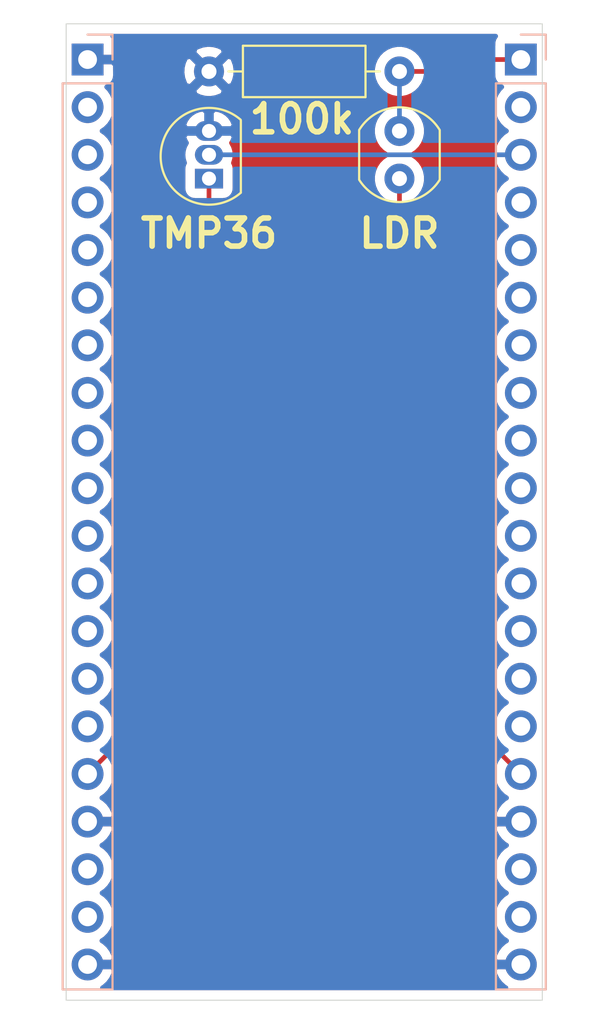
<source format=kicad_pcb>
(kicad_pcb (version 20171130) (host pcbnew 5.1.8-db9833491~87~ubuntu20.04.1)

  (general
    (thickness 1.6)
    (drawings 7)
    (tracks 9)
    (zones 0)
    (modules 5)
    (nets 37)
  )

  (page A4)
  (layers
    (0 F.Cu signal)
    (31 B.Cu signal)
    (32 B.Adhes user)
    (33 F.Adhes user)
    (34 B.Paste user)
    (35 F.Paste user)
    (36 B.SilkS user)
    (37 F.SilkS user)
    (38 B.Mask user)
    (39 F.Mask user)
    (40 Dwgs.User user)
    (41 Cmts.User user)
    (42 Eco1.User user)
    (43 Eco2.User user)
    (44 Edge.Cuts user)
    (45 Margin user)
    (46 B.CrtYd user)
    (47 F.CrtYd user)
    (48 B.Fab user)
    (49 F.Fab user)
  )

  (setup
    (last_trace_width 0.25)
    (trace_clearance 0.2)
    (zone_clearance 0.508)
    (zone_45_only no)
    (trace_min 0.2)
    (via_size 0.8)
    (via_drill 0.4)
    (via_min_size 0.4)
    (via_min_drill 0.3)
    (uvia_size 0.3)
    (uvia_drill 0.1)
    (uvias_allowed no)
    (uvia_min_size 0.2)
    (uvia_min_drill 0.1)
    (edge_width 0.05)
    (segment_width 0.2)
    (pcb_text_width 0.3)
    (pcb_text_size 1.5 1.5)
    (mod_edge_width 0.12)
    (mod_text_size 1 1)
    (mod_text_width 0.15)
    (pad_size 1.524 1.524)
    (pad_drill 0.762)
    (pad_to_mask_clearance 0)
    (aux_axis_origin 0 0)
    (visible_elements FFFFFF7F)
    (pcbplotparams
      (layerselection 0x010fc_ffffffff)
      (usegerberextensions false)
      (usegerberattributes true)
      (usegerberadvancedattributes true)
      (creategerberjobfile true)
      (excludeedgelayer true)
      (linewidth 0.100000)
      (plotframeref false)
      (viasonmask false)
      (mode 1)
      (useauxorigin false)
      (hpglpennumber 1)
      (hpglpenspeed 20)
      (hpglpendiameter 15.000000)
      (psnegative false)
      (psa4output false)
      (plotreference true)
      (plotvalue true)
      (plotinvisibletext false)
      (padsonsilk false)
      (subtractmaskfromsilk false)
      (outputformat 1)
      (mirror false)
      (drillshape 0)
      (scaleselection 1)
      (outputdirectory ""))
  )

  (net 0 "")
  (net 1 36)
  (net 2 37)
  (net 3 38)
  (net 4 39)
  (net 5 32)
  (net 6 33)
  (net 7 34)
  (net 8 35)
  (net 9 25)
  (net 10 26)
  (net 11 27)
  (net 12 14)
  (net 13 12)
  (net 14 13)
  (net 15 RST)
  (net 16 GND)
  (net 17 16)
  (net 18 17)
  (net 19 4)
  (net 20 0)
  (net 21 2)
  (net 22 15)
  (net 23 5)
  (net 24 18)
  (net 25 23)
  (net 26 19)
  (net 27 22)
  (net 28 RX)
  (net 29 TX)
  (net 30 21)
  (net 31 3V3-L)
  (net 32 VBAT-L)
  (net 33 VUSB-L)
  (net 34 VUSB-R)
  (net 35 VBAT-R)
  (net 36 3V3-R)

  (net_class Default "This is the default net class."
    (clearance 0.2)
    (trace_width 0.25)
    (via_dia 0.8)
    (via_drill 0.4)
    (uvia_dia 0.3)
    (uvia_drill 0.1)
    (add_net 0)
    (add_net 12)
    (add_net 13)
    (add_net 14)
    (add_net 15)
    (add_net 16)
    (add_net 17)
    (add_net 18)
    (add_net 19)
    (add_net 2)
    (add_net 21)
    (add_net 22)
    (add_net 23)
    (add_net 25)
    (add_net 26)
    (add_net 27)
    (add_net 32)
    (add_net 33)
    (add_net 34)
    (add_net 35)
    (add_net 36)
    (add_net 37)
    (add_net 38)
    (add_net 39)
    (add_net 3V3-L)
    (add_net 3V3-R)
    (add_net 4)
    (add_net 5)
    (add_net GND)
    (add_net RST)
    (add_net RX)
    (add_net TX)
    (add_net VBAT-L)
    (add_net VBAT-R)
    (add_net VUSB-L)
    (add_net VUSB-R)
  )

  (module Connector_PinHeader_2.54mm:PinHeader_1x20_P2.54mm_Vertical (layer B.Cu) (tedit 59FED5CC) (tstamp 5FA54890)
    (at 151.257 78.105 180)
    (descr "Through hole straight pin header, 1x20, 2.54mm pitch, single row")
    (tags "Through hole pin header THT 1x20 2.54mm single row")
    (path /5FA5D3D6)
    (fp_text reference J1 (at 0 2.33) (layer B.SilkS) hide
      (effects (font (size 1 1) (thickness 0.15)) (justify mirror))
    )
    (fp_text value Conn_01x20 (at 0 -50.59) (layer B.Fab)
      (effects (font (size 1 1) (thickness 0.15)) (justify mirror))
    )
    (fp_line (start 1.8 1.8) (end -1.8 1.8) (layer B.CrtYd) (width 0.05))
    (fp_line (start 1.8 -50.05) (end 1.8 1.8) (layer B.CrtYd) (width 0.05))
    (fp_line (start -1.8 -50.05) (end 1.8 -50.05) (layer B.CrtYd) (width 0.05))
    (fp_line (start -1.8 1.8) (end -1.8 -50.05) (layer B.CrtYd) (width 0.05))
    (fp_line (start -1.33 1.33) (end 0 1.33) (layer B.SilkS) (width 0.12))
    (fp_line (start -1.33 0) (end -1.33 1.33) (layer B.SilkS) (width 0.12))
    (fp_line (start -1.33 -1.27) (end 1.33 -1.27) (layer B.SilkS) (width 0.12))
    (fp_line (start 1.33 -1.27) (end 1.33 -49.59) (layer B.SilkS) (width 0.12))
    (fp_line (start -1.33 -1.27) (end -1.33 -49.59) (layer B.SilkS) (width 0.12))
    (fp_line (start -1.33 -49.59) (end 1.33 -49.59) (layer B.SilkS) (width 0.12))
    (fp_line (start -1.27 0.635) (end -0.635 1.27) (layer B.Fab) (width 0.1))
    (fp_line (start -1.27 -49.53) (end -1.27 0.635) (layer B.Fab) (width 0.1))
    (fp_line (start 1.27 -49.53) (end -1.27 -49.53) (layer B.Fab) (width 0.1))
    (fp_line (start 1.27 1.27) (end 1.27 -49.53) (layer B.Fab) (width 0.1))
    (fp_line (start -0.635 1.27) (end 1.27 1.27) (layer B.Fab) (width 0.1))
    (fp_text user %R (at 0 -24.13 270) (layer B.Fab)
      (effects (font (size 1 1) (thickness 0.15)) (justify mirror))
    )
    (pad 1 thru_hole rect (at 0 0 180) (size 1.7 1.7) (drill 1) (layers *.Cu *.Mask)
      (net 1 36))
    (pad 2 thru_hole oval (at 0 -2.54 180) (size 1.7 1.7) (drill 1) (layers *.Cu *.Mask)
      (net 2 37))
    (pad 3 thru_hole oval (at 0 -5.08 180) (size 1.7 1.7) (drill 1) (layers *.Cu *.Mask)
      (net 3 38))
    (pad 4 thru_hole oval (at 0 -7.62 180) (size 1.7 1.7) (drill 1) (layers *.Cu *.Mask)
      (net 4 39))
    (pad 5 thru_hole oval (at 0 -10.16 180) (size 1.7 1.7) (drill 1) (layers *.Cu *.Mask)
      (net 5 32))
    (pad 6 thru_hole oval (at 0 -12.7 180) (size 1.7 1.7) (drill 1) (layers *.Cu *.Mask)
      (net 6 33))
    (pad 7 thru_hole oval (at 0 -15.24 180) (size 1.7 1.7) (drill 1) (layers *.Cu *.Mask)
      (net 7 34))
    (pad 8 thru_hole oval (at 0 -17.78 180) (size 1.7 1.7) (drill 1) (layers *.Cu *.Mask)
      (net 8 35))
    (pad 9 thru_hole oval (at 0 -20.32 180) (size 1.7 1.7) (drill 1) (layers *.Cu *.Mask)
      (net 9 25))
    (pad 10 thru_hole oval (at 0 -22.86 180) (size 1.7 1.7) (drill 1) (layers *.Cu *.Mask)
      (net 10 26))
    (pad 11 thru_hole oval (at 0 -25.4 180) (size 1.7 1.7) (drill 1) (layers *.Cu *.Mask)
      (net 11 27))
    (pad 12 thru_hole oval (at 0 -27.94 180) (size 1.7 1.7) (drill 1) (layers *.Cu *.Mask)
      (net 12 14))
    (pad 13 thru_hole oval (at 0 -30.48 180) (size 1.7 1.7) (drill 1) (layers *.Cu *.Mask)
      (net 13 12))
    (pad 14 thru_hole oval (at 0 -33.02 180) (size 1.7 1.7) (drill 1) (layers *.Cu *.Mask)
      (net 14 13))
    (pad 15 thru_hole oval (at 0 -35.56 180) (size 1.7 1.7) (drill 1) (layers *.Cu *.Mask)
      (net 15 RST))
    (pad 16 thru_hole oval (at 0 -38.1 180) (size 1.7 1.7) (drill 1) (layers *.Cu *.Mask)
      (net 31 3V3-L))
    (pad 17 thru_hole oval (at 0 -40.64 180) (size 1.7 1.7) (drill 1) (layers *.Cu *.Mask)
      (net 16 GND))
    (pad 18 thru_hole oval (at 0 -43.18 180) (size 1.7 1.7) (drill 1) (layers *.Cu *.Mask)
      (net 32 VBAT-L))
    (pad 19 thru_hole oval (at 0 -45.72 180) (size 1.7 1.7) (drill 1) (layers *.Cu *.Mask)
      (net 33 VUSB-L))
    (pad 20 thru_hole oval (at 0 -48.26 180) (size 1.7 1.7) (drill 1) (layers *.Cu *.Mask)
      (net 16 GND))
    (model ${KISYS3DMOD}/Connector_PinHeader_2.54mm.3dshapes/PinHeader_1x20_P2.54mm_Vertical.wrl
      (at (xyz 0 0 0))
      (scale (xyz 1 1 1))
      (rotate (xyz 0 0 0))
    )
  )

  (module Connector_PinHeader_2.54mm:PinHeader_1x20_P2.54mm_Vertical (layer B.Cu) (tedit 59FED5CC) (tstamp 5FA5578D)
    (at 128.143 78.105 180)
    (descr "Through hole straight pin header, 1x20, 2.54mm pitch, single row")
    (tags "Through hole pin header THT 1x20 2.54mm single row")
    (path /5FA59AFD)
    (fp_text reference J2 (at 0 2.33) (layer B.SilkS) hide
      (effects (font (size 1 1) (thickness 0.15)) (justify mirror))
    )
    (fp_text value Conn_01x20 (at 0 -50.59) (layer B.Fab)
      (effects (font (size 1 1) (thickness 0.15)) (justify mirror))
    )
    (fp_text user %R (at 0 -24.13 270) (layer B.Fab)
      (effects (font (size 1 1) (thickness 0.15)) (justify mirror))
    )
    (fp_line (start -0.635 1.27) (end 1.27 1.27) (layer B.Fab) (width 0.1))
    (fp_line (start 1.27 1.27) (end 1.27 -49.53) (layer B.Fab) (width 0.1))
    (fp_line (start 1.27 -49.53) (end -1.27 -49.53) (layer B.Fab) (width 0.1))
    (fp_line (start -1.27 -49.53) (end -1.27 0.635) (layer B.Fab) (width 0.1))
    (fp_line (start -1.27 0.635) (end -0.635 1.27) (layer B.Fab) (width 0.1))
    (fp_line (start -1.33 -49.59) (end 1.33 -49.59) (layer B.SilkS) (width 0.12))
    (fp_line (start -1.33 -1.27) (end -1.33 -49.59) (layer B.SilkS) (width 0.12))
    (fp_line (start 1.33 -1.27) (end 1.33 -49.59) (layer B.SilkS) (width 0.12))
    (fp_line (start -1.33 -1.27) (end 1.33 -1.27) (layer B.SilkS) (width 0.12))
    (fp_line (start -1.33 0) (end -1.33 1.33) (layer B.SilkS) (width 0.12))
    (fp_line (start -1.33 1.33) (end 0 1.33) (layer B.SilkS) (width 0.12))
    (fp_line (start -1.8 1.8) (end -1.8 -50.05) (layer B.CrtYd) (width 0.05))
    (fp_line (start -1.8 -50.05) (end 1.8 -50.05) (layer B.CrtYd) (width 0.05))
    (fp_line (start 1.8 -50.05) (end 1.8 1.8) (layer B.CrtYd) (width 0.05))
    (fp_line (start 1.8 1.8) (end -1.8 1.8) (layer B.CrtYd) (width 0.05))
    (pad 20 thru_hole oval (at 0 -48.26 180) (size 1.7 1.7) (drill 1) (layers *.Cu *.Mask)
      (net 16 GND))
    (pad 19 thru_hole oval (at 0 -45.72 180) (size 1.7 1.7) (drill 1) (layers *.Cu *.Mask)
      (net 34 VUSB-R))
    (pad 18 thru_hole oval (at 0 -43.18 180) (size 1.7 1.7) (drill 1) (layers *.Cu *.Mask)
      (net 35 VBAT-R))
    (pad 17 thru_hole oval (at 0 -40.64 180) (size 1.7 1.7) (drill 1) (layers *.Cu *.Mask)
      (net 16 GND))
    (pad 16 thru_hole oval (at 0 -38.1 180) (size 1.7 1.7) (drill 1) (layers *.Cu *.Mask)
      (net 36 3V3-R))
    (pad 15 thru_hole oval (at 0 -35.56 180) (size 1.7 1.7) (drill 1) (layers *.Cu *.Mask)
      (net 17 16))
    (pad 14 thru_hole oval (at 0 -33.02 180) (size 1.7 1.7) (drill 1) (layers *.Cu *.Mask)
      (net 18 17))
    (pad 13 thru_hole oval (at 0 -30.48 180) (size 1.7 1.7) (drill 1) (layers *.Cu *.Mask)
      (net 19 4))
    (pad 12 thru_hole oval (at 0 -27.94 180) (size 1.7 1.7) (drill 1) (layers *.Cu *.Mask)
      (net 20 0))
    (pad 11 thru_hole oval (at 0 -25.4 180) (size 1.7 1.7) (drill 1) (layers *.Cu *.Mask)
      (net 21 2))
    (pad 10 thru_hole oval (at 0 -22.86 180) (size 1.7 1.7) (drill 1) (layers *.Cu *.Mask)
      (net 22 15))
    (pad 9 thru_hole oval (at 0 -20.32 180) (size 1.7 1.7) (drill 1) (layers *.Cu *.Mask)
      (net 23 5))
    (pad 8 thru_hole oval (at 0 -17.78 180) (size 1.7 1.7) (drill 1) (layers *.Cu *.Mask)
      (net 24 18))
    (pad 7 thru_hole oval (at 0 -15.24 180) (size 1.7 1.7) (drill 1) (layers *.Cu *.Mask)
      (net 25 23))
    (pad 6 thru_hole oval (at 0 -12.7 180) (size 1.7 1.7) (drill 1) (layers *.Cu *.Mask)
      (net 26 19))
    (pad 5 thru_hole oval (at 0 -10.16 180) (size 1.7 1.7) (drill 1) (layers *.Cu *.Mask)
      (net 27 22))
    (pad 4 thru_hole oval (at 0 -7.62 180) (size 1.7 1.7) (drill 1) (layers *.Cu *.Mask)
      (net 28 RX))
    (pad 3 thru_hole oval (at 0 -5.08 180) (size 1.7 1.7) (drill 1) (layers *.Cu *.Mask)
      (net 29 TX))
    (pad 2 thru_hole oval (at 0 -2.54 180) (size 1.7 1.7) (drill 1) (layers *.Cu *.Mask)
      (net 30 21))
    (pad 1 thru_hole rect (at 0 0 180) (size 1.7 1.7) (drill 1) (layers *.Cu *.Mask)
      (net 16 GND))
    (model ${KISYS3DMOD}/Connector_PinHeader_2.54mm.3dshapes/PinHeader_1x20_P2.54mm_Vertical.wrl
      (at (xyz 0 0 0))
      (scale (xyz 1 1 1))
      (rotate (xyz 0 0 0))
    )
  )

  (module OptoDevice:R_LDR_4.9x4.2mm_P2.54mm_Vertical (layer F.Cu) (tedit 5B8603A6) (tstamp 5FA56215)
    (at 144.78 81.915 270)
    (descr "Resistor, LDR 4.9x4.2mm")
    (tags "Resistor LDR4.9x4.2")
    (path /5FA934B4)
    (fp_text reference R1 (at 1.27 -2.9 90) (layer F.SilkS) hide
      (effects (font (size 1 1) (thickness 0.15)))
    )
    (fp_text value LDR (at 1.17 3.1 90) (layer F.Fab)
      (effects (font (size 1 1) (thickness 0.15)))
    )
    (fp_arc (start 1.27 0) (end -0.03 2.1) (angle 115) (layer F.Fab) (width 0.1))
    (fp_arc (start 1.27 0) (end 2.57 -2.1) (angle 115) (layer F.Fab) (width 0.1))
    (fp_arc (start 1.25 0) (end 2.6 -2.15) (angle 115) (layer F.SilkS) (width 0.12))
    (fp_arc (start 1.25 0) (end -0.05 2.15) (angle 117) (layer F.SilkS) (width 0.12))
    (fp_text user %R (at 1.27 -2.9 90) (layer F.Fab)
      (effects (font (size 1 1) (thickness 0.15)))
    )
    (fp_line (start -0.05 2.15) (end 2.6 2.15) (layer F.SilkS) (width 0.12))
    (fp_line (start -0.05 -2.15) (end 2.6 -2.15) (layer F.SilkS) (width 0.12))
    (fp_line (start 0.87 -1.2) (end 2.17 -1.2) (layer F.Fab) (width 0.1))
    (fp_line (start 1.67 -0.6) (end 0.87 -0.6) (layer F.Fab) (width 0.1))
    (fp_line (start 0.87 0) (end 1.67 0) (layer F.Fab) (width 0.1))
    (fp_line (start 1.67 0.6) (end 0.87 0.6) (layer F.Fab) (width 0.1))
    (fp_line (start 0.37 1.2) (end 1.67 1.2) (layer F.Fab) (width 0.1))
    (fp_line (start 0.37 -1.8) (end 2.17 -1.8) (layer F.Fab) (width 0.1))
    (fp_line (start 2.17 -1.8) (end 2.17 -1.2) (layer F.Fab) (width 0.1))
    (fp_line (start 0.87 -1.2) (end 0.87 -0.6) (layer F.Fab) (width 0.1))
    (fp_line (start 1.67 -0.6) (end 1.67 0) (layer F.Fab) (width 0.1))
    (fp_line (start 0.87 0) (end 0.87 0.6) (layer F.Fab) (width 0.1))
    (fp_line (start 1.67 0.6) (end 1.67 1.2) (layer F.Fab) (width 0.1))
    (fp_line (start 0.37 1.2) (end 0.37 1.8) (layer F.Fab) (width 0.1))
    (fp_line (start 0.37 1.8) (end 2.17 1.8) (layer F.Fab) (width 0.1))
    (fp_line (start 2.57 2.1) (end -0.03 2.1) (layer F.Fab) (width 0.1))
    (fp_line (start -0.03 -2.1) (end 2.57 -2.1) (layer F.Fab) (width 0.1))
    (fp_line (start -1.45 -2.35) (end 3.99 -2.35) (layer F.CrtYd) (width 0.05))
    (fp_line (start -1.45 -2.35) (end -1.45 2.35) (layer F.CrtYd) (width 0.05))
    (fp_line (start 3.99 2.35) (end 3.99 -2.35) (layer F.CrtYd) (width 0.05))
    (fp_line (start 3.99 2.35) (end -1.45 2.35) (layer F.CrtYd) (width 0.05))
    (pad 2 thru_hole circle (at 2.54 0 270) (size 1.6 1.6) (drill 0.8) (layers *.Cu *.Mask)
      (net 31 3V3-L))
    (pad 1 thru_hole circle (at 0 0 270) (size 1.6 1.6) (drill 0.8) (layers *.Cu *.Mask)
      (net 1 36))
    (model ${KISYS3DMOD}/OptoDevice.3dshapes/R_LDR_4.9x4.2mm_P2.54mm_Vertical.wrl
      (at (xyz 0 0 0))
      (scale (xyz 1 1 1))
      (rotate (xyz 0 0 0))
    )
  )

  (module Resistor_THT:R_Axial_DIN0207_L6.3mm_D2.5mm_P10.16mm_Horizontal (layer F.Cu) (tedit 5AE5139B) (tstamp 5FA547EE)
    (at 134.62 78.74)
    (descr "Resistor, Axial_DIN0207 series, Axial, Horizontal, pin pitch=10.16mm, 0.25W = 1/4W, length*diameter=6.3*2.5mm^2, http://cdn-reichelt.de/documents/datenblatt/B400/1_4W%23YAG.pdf")
    (tags "Resistor Axial_DIN0207 series Axial Horizontal pin pitch 10.16mm 0.25W = 1/4W length 6.3mm diameter 2.5mm")
    (path /5FA96C57)
    (fp_text reference R2 (at 5.08 -2.37) (layer F.SilkS) hide
      (effects (font (size 1 1) (thickness 0.15)))
    )
    (fp_text value 100k (at 5.08 2.37) (layer F.Fab)
      (effects (font (size 1 1) (thickness 0.15)))
    )
    (fp_text user %R (at 5.08 0) (layer F.Fab)
      (effects (font (size 1 1) (thickness 0.15)))
    )
    (fp_line (start 1.93 -1.25) (end 1.93 1.25) (layer F.Fab) (width 0.1))
    (fp_line (start 1.93 1.25) (end 8.23 1.25) (layer F.Fab) (width 0.1))
    (fp_line (start 8.23 1.25) (end 8.23 -1.25) (layer F.Fab) (width 0.1))
    (fp_line (start 8.23 -1.25) (end 1.93 -1.25) (layer F.Fab) (width 0.1))
    (fp_line (start 0 0) (end 1.93 0) (layer F.Fab) (width 0.1))
    (fp_line (start 10.16 0) (end 8.23 0) (layer F.Fab) (width 0.1))
    (fp_line (start 1.81 -1.37) (end 1.81 1.37) (layer F.SilkS) (width 0.12))
    (fp_line (start 1.81 1.37) (end 8.35 1.37) (layer F.SilkS) (width 0.12))
    (fp_line (start 8.35 1.37) (end 8.35 -1.37) (layer F.SilkS) (width 0.12))
    (fp_line (start 8.35 -1.37) (end 1.81 -1.37) (layer F.SilkS) (width 0.12))
    (fp_line (start 1.04 0) (end 1.81 0) (layer F.SilkS) (width 0.12))
    (fp_line (start 9.12 0) (end 8.35 0) (layer F.SilkS) (width 0.12))
    (fp_line (start -1.05 -1.5) (end -1.05 1.5) (layer F.CrtYd) (width 0.05))
    (fp_line (start -1.05 1.5) (end 11.21 1.5) (layer F.CrtYd) (width 0.05))
    (fp_line (start 11.21 1.5) (end 11.21 -1.5) (layer F.CrtYd) (width 0.05))
    (fp_line (start 11.21 -1.5) (end -1.05 -1.5) (layer F.CrtYd) (width 0.05))
    (pad 2 thru_hole oval (at 10.16 0) (size 1.6 1.6) (drill 0.8) (layers *.Cu *.Mask)
      (net 1 36))
    (pad 1 thru_hole circle (at 0 0) (size 1.6 1.6) (drill 0.8) (layers *.Cu *.Mask)
      (net 16 GND))
    (model ${KISYS3DMOD}/Resistor_THT.3dshapes/R_Axial_DIN0207_L6.3mm_D2.5mm_P10.16mm_Horizontal.wrl
      (at (xyz 0 0 0))
      (scale (xyz 1 1 1))
      (rotate (xyz 0 0 0))
    )
  )

  (module Package_TO_SOT_THT:TO-92L_Inline (layer F.Cu) (tedit 5A279A44) (tstamp 5FA54E5D)
    (at 134.62 84.455 90)
    (descr "TO-92L leads in-line (large body variant of TO-92), also known as TO-226, wide, drill 0.75mm (see https://www.diodes.com/assets/Package-Files/TO92L.pdf and http://www.ti.com/lit/an/snoa059/snoa059.pdf)")
    (tags "TO-92L Inline Wide transistor")
    (path /5FB449D9)
    (fp_text reference U1 (at 1.19 -3.56 90) (layer F.SilkS) hide
      (effects (font (size 1 1) (thickness 0.15)))
    )
    (fp_text value TMP36 (at 1.19 2.79 90) (layer F.Fab)
      (effects (font (size 1 1) (thickness 0.15)))
    )
    (fp_arc (start 1.19 0) (end 1.19 -2.48) (angle -130.2499344) (layer F.Fab) (width 0.1))
    (fp_arc (start 1.19 0) (end 1.19 -2.48) (angle 129.9527847) (layer F.Fab) (width 0.1))
    (fp_arc (start 1.19 0) (end -0.75 1.7) (angle 262.164354) (layer F.SilkS) (width 0.12))
    (fp_text user %R (at 1.19 0 90) (layer F.Fab)
      (effects (font (size 1 1) (thickness 0.15)))
    )
    (fp_line (start -0.75 1.7) (end 3.1 1.7) (layer F.SilkS) (width 0.12))
    (fp_line (start -0.7 1.6) (end 3.05 1.6) (layer F.Fab) (width 0.1))
    (fp_line (start -1.55 -2.75) (end 3.95 -2.75) (layer F.CrtYd) (width 0.05))
    (fp_line (start -1.55 -2.75) (end -1.55 1.85) (layer F.CrtYd) (width 0.05))
    (fp_line (start 3.95 1.85) (end 3.95 -2.75) (layer F.CrtYd) (width 0.05))
    (fp_line (start 3.95 1.85) (end -1.55 1.85) (layer F.CrtYd) (width 0.05))
    (pad 1 thru_hole rect (at 0 0 90) (size 1.05 1.5) (drill 0.75) (layers *.Cu *.Mask)
      (net 36 3V3-R))
    (pad 3 thru_hole oval (at 2.54 0 90) (size 1.05 1.5) (drill 0.75) (layers *.Cu *.Mask)
      (net 16 GND))
    (pad 2 thru_hole oval (at 1.27 0 90) (size 1.05 1.5) (drill 0.75) (layers *.Cu *.Mask)
      (net 3 38))
    (model ${KISYS3DMOD}/Package_TO_SOT_THT.3dshapes/TO-92L_Inline.wrl
      (at (xyz 0 0 0))
      (scale (xyz 1 1 1))
      (rotate (xyz 0 0 0))
    )
  )

  (gr_text 100k (at 139.573 81.28) (layer F.SilkS) (tstamp 5FA581E6)
    (effects (font (size 1.5 1.5) (thickness 0.3)))
  )
  (gr_text LDR (at 144.78 87.376) (layer F.SilkS) (tstamp 5FA581E1)
    (effects (font (size 1.5 1.5) (thickness 0.3)))
  )
  (gr_text TMP36 (at 134.62 87.376) (layer F.SilkS)
    (effects (font (size 1.5 1.5) (thickness 0.3)))
  )
  (gr_line (start 127 128.27) (end 152.4 128.27) (layer Edge.Cuts) (width 0.05) (tstamp 5FA53D51))
  (gr_line (start 127 76.2) (end 127 128.27) (layer Edge.Cuts) (width 0.05) (tstamp 5FA53D4E))
  (gr_line (start 152.4 76.2) (end 152.4 128.27) (layer Edge.Cuts) (width 0.05))
  (gr_line (start 127 76.2) (end 152.4 76.2) (layer Edge.Cuts) (width 0.05))

  (segment (start 144.78 81.915) (end 144.78 78.74) (width 0.25) (layer B.Cu) (net 1))
  (segment (start 144.78 78.74) (end 147.32 78.74) (width 0.25) (layer F.Cu) (net 1))
  (segment (start 147.955 78.105) (end 151.257 78.105) (width 0.25) (layer F.Cu) (net 1))
  (segment (start 147.32 78.74) (end 147.955 78.105) (width 0.25) (layer F.Cu) (net 1))
  (segment (start 134.62 83.185) (end 151.257 83.185) (width 0.25) (layer B.Cu) (net 3))
  (segment (start 144.78 109.728) (end 151.257 116.205) (width 0.25) (layer F.Cu) (net 31))
  (segment (start 144.78 84.455) (end 144.78 109.728) (width 0.25) (layer F.Cu) (net 31))
  (segment (start 134.62 109.728) (end 128.143 116.205) (width 0.25) (layer F.Cu) (net 36))
  (segment (start 134.62 84.455) (end 134.62 109.728) (width 0.25) (layer F.Cu) (net 36))

  (zone (net 16) (net_name GND) (layer F.Cu) (tstamp 5FA58653) (hatch edge 0.508)
    (connect_pads (clearance 0.508))
    (min_thickness 0.254)
    (fill yes (arc_segments 32) (thermal_gap 0.508) (thermal_bridge_width 0.508))
    (polygon
      (pts
        (xy 154.305 129.54) (xy 125.095 129.54) (xy 125.095 74.93) (xy 154.305 74.93)
      )
    )
    (filled_polygon
      (pts
        (xy 149.876463 76.900506) (xy 149.817498 77.01082) (xy 149.781188 77.130518) (xy 149.768928 77.255) (xy 149.768928 77.345)
        (xy 147.992333 77.345) (xy 147.955 77.341323) (xy 147.917667 77.345) (xy 147.806014 77.355997) (xy 147.662753 77.399454)
        (xy 147.530724 77.470026) (xy 147.414999 77.564999) (xy 147.3912 77.593998) (xy 147.005199 77.98) (xy 145.998043 77.98)
        (xy 145.894637 77.825241) (xy 145.694759 77.625363) (xy 145.459727 77.46832) (xy 145.198574 77.360147) (xy 144.921335 77.305)
        (xy 144.638665 77.305) (xy 144.361426 77.360147) (xy 144.100273 77.46832) (xy 143.865241 77.625363) (xy 143.665363 77.825241)
        (xy 143.50832 78.060273) (xy 143.400147 78.321426) (xy 143.345 78.598665) (xy 143.345 78.881335) (xy 143.400147 79.158574)
        (xy 143.50832 79.419727) (xy 143.665363 79.654759) (xy 143.865241 79.854637) (xy 144.100273 80.01168) (xy 144.361426 80.119853)
        (xy 144.638665 80.175) (xy 144.921335 80.175) (xy 145.198574 80.119853) (xy 145.459727 80.01168) (xy 145.694759 79.854637)
        (xy 145.894637 79.654759) (xy 145.998043 79.5) (xy 147.282678 79.5) (xy 147.32 79.503676) (xy 147.357322 79.5)
        (xy 147.357333 79.5) (xy 147.468986 79.489003) (xy 147.612247 79.445546) (xy 147.744276 79.374974) (xy 147.860001 79.280001)
        (xy 147.883803 79.250998) (xy 148.269802 78.865) (xy 149.768928 78.865) (xy 149.768928 78.955) (xy 149.781188 79.079482)
        (xy 149.817498 79.19918) (xy 149.876463 79.309494) (xy 149.955815 79.406185) (xy 150.052506 79.485537) (xy 150.16282 79.544502)
        (xy 150.23538 79.566513) (xy 150.103525 79.698368) (xy 149.94101 79.941589) (xy 149.829068 80.211842) (xy 149.772 80.49874)
        (xy 149.772 80.79126) (xy 149.829068 81.078158) (xy 149.94101 81.348411) (xy 150.103525 81.591632) (xy 150.310368 81.798475)
        (xy 150.48476 81.915) (xy 150.310368 82.031525) (xy 150.103525 82.238368) (xy 149.94101 82.481589) (xy 149.829068 82.751842)
        (xy 149.772 83.03874) (xy 149.772 83.33126) (xy 149.829068 83.618158) (xy 149.94101 83.888411) (xy 150.103525 84.131632)
        (xy 150.310368 84.338475) (xy 150.48476 84.455) (xy 150.310368 84.571525) (xy 150.103525 84.778368) (xy 149.94101 85.021589)
        (xy 149.829068 85.291842) (xy 149.772 85.57874) (xy 149.772 85.87126) (xy 149.829068 86.158158) (xy 149.94101 86.428411)
        (xy 150.103525 86.671632) (xy 150.310368 86.878475) (xy 150.48476 86.995) (xy 150.310368 87.111525) (xy 150.103525 87.318368)
        (xy 149.94101 87.561589) (xy 149.829068 87.831842) (xy 149.772 88.11874) (xy 149.772 88.41126) (xy 149.829068 88.698158)
        (xy 149.94101 88.968411) (xy 150.103525 89.211632) (xy 150.310368 89.418475) (xy 150.48476 89.535) (xy 150.310368 89.651525)
        (xy 150.103525 89.858368) (xy 149.94101 90.101589) (xy 149.829068 90.371842) (xy 149.772 90.65874) (xy 149.772 90.95126)
        (xy 149.829068 91.238158) (xy 149.94101 91.508411) (xy 150.103525 91.751632) (xy 150.310368 91.958475) (xy 150.48476 92.075)
        (xy 150.310368 92.191525) (xy 150.103525 92.398368) (xy 149.94101 92.641589) (xy 149.829068 92.911842) (xy 149.772 93.19874)
        (xy 149.772 93.49126) (xy 149.829068 93.778158) (xy 149.94101 94.048411) (xy 150.103525 94.291632) (xy 150.310368 94.498475)
        (xy 150.48476 94.615) (xy 150.310368 94.731525) (xy 150.103525 94.938368) (xy 149.94101 95.181589) (xy 149.829068 95.451842)
        (xy 149.772 95.73874) (xy 149.772 96.03126) (xy 149.829068 96.318158) (xy 149.94101 96.588411) (xy 150.103525 96.831632)
        (xy 150.310368 97.038475) (xy 150.48476 97.155) (xy 150.310368 97.271525) (xy 150.103525 97.478368) (xy 149.94101 97.721589)
        (xy 149.829068 97.991842) (xy 149.772 98.27874) (xy 149.772 98.57126) (xy 149.829068 98.858158) (xy 149.94101 99.128411)
        (xy 150.103525 99.371632) (xy 150.310368 99.578475) (xy 150.48476 99.695) (xy 150.310368 99.811525) (xy 150.103525 100.018368)
        (xy 149.94101 100.261589) (xy 149.829068 100.531842) (xy 149.772 100.81874) (xy 149.772 101.11126) (xy 149.829068 101.398158)
        (xy 149.94101 101.668411) (xy 150.103525 101.911632) (xy 150.310368 102.118475) (xy 150.48476 102.235) (xy 150.310368 102.351525)
        (xy 150.103525 102.558368) (xy 149.94101 102.801589) (xy 149.829068 103.071842) (xy 149.772 103.35874) (xy 149.772 103.65126)
        (xy 149.829068 103.938158) (xy 149.94101 104.208411) (xy 150.103525 104.451632) (xy 150.310368 104.658475) (xy 150.48476 104.775)
        (xy 150.310368 104.891525) (xy 150.103525 105.098368) (xy 149.94101 105.341589) (xy 149.829068 105.611842) (xy 149.772 105.89874)
        (xy 149.772 106.19126) (xy 149.829068 106.478158) (xy 149.94101 106.748411) (xy 150.103525 106.991632) (xy 150.310368 107.198475)
        (xy 150.48476 107.315) (xy 150.310368 107.431525) (xy 150.103525 107.638368) (xy 149.94101 107.881589) (xy 149.829068 108.151842)
        (xy 149.772 108.43874) (xy 149.772 108.73126) (xy 149.829068 109.018158) (xy 149.94101 109.288411) (xy 150.103525 109.531632)
        (xy 150.310368 109.738475) (xy 150.48476 109.855) (xy 150.310368 109.971525) (xy 150.103525 110.178368) (xy 149.94101 110.421589)
        (xy 149.829068 110.691842) (xy 149.772 110.97874) (xy 149.772 111.27126) (xy 149.829068 111.558158) (xy 149.94101 111.828411)
        (xy 150.103525 112.071632) (xy 150.310368 112.278475) (xy 150.48476 112.395) (xy 150.310368 112.511525) (xy 150.103525 112.718368)
        (xy 149.94101 112.961589) (xy 149.829068 113.231842) (xy 149.772 113.51874) (xy 149.772 113.645198) (xy 145.54 109.413199)
        (xy 145.54 85.673043) (xy 145.694759 85.569637) (xy 145.894637 85.369759) (xy 146.05168 85.134727) (xy 146.159853 84.873574)
        (xy 146.215 84.596335) (xy 146.215 84.313665) (xy 146.159853 84.036426) (xy 146.05168 83.775273) (xy 145.894637 83.540241)
        (xy 145.694759 83.340363) (xy 145.462241 83.185) (xy 145.694759 83.029637) (xy 145.894637 82.829759) (xy 146.05168 82.594727)
        (xy 146.159853 82.333574) (xy 146.215 82.056335) (xy 146.215 81.773665) (xy 146.159853 81.496426) (xy 146.05168 81.235273)
        (xy 145.894637 81.000241) (xy 145.694759 80.800363) (xy 145.459727 80.64332) (xy 145.198574 80.535147) (xy 144.921335 80.48)
        (xy 144.638665 80.48) (xy 144.361426 80.535147) (xy 144.100273 80.64332) (xy 143.865241 80.800363) (xy 143.665363 81.000241)
        (xy 143.50832 81.235273) (xy 143.400147 81.496426) (xy 143.345 81.773665) (xy 143.345 82.056335) (xy 143.400147 82.333574)
        (xy 143.50832 82.594727) (xy 143.665363 82.829759) (xy 143.865241 83.029637) (xy 144.097759 83.185) (xy 143.865241 83.340363)
        (xy 143.665363 83.540241) (xy 143.50832 83.775273) (xy 143.400147 84.036426) (xy 143.345 84.313665) (xy 143.345 84.596335)
        (xy 143.400147 84.873574) (xy 143.50832 85.134727) (xy 143.665363 85.369759) (xy 143.865241 85.569637) (xy 144.02 85.673043)
        (xy 144.020001 109.690667) (xy 144.016324 109.728) (xy 144.020001 109.765333) (xy 144.030998 109.876986) (xy 144.04418 109.920442)
        (xy 144.074454 110.020246) (xy 144.145026 110.152276) (xy 144.216201 110.239002) (xy 144.24 110.268001) (xy 144.268998 110.291799)
        (xy 149.81579 115.838592) (xy 149.772 116.05874) (xy 149.772 116.35126) (xy 149.829068 116.638158) (xy 149.94101 116.908411)
        (xy 150.103525 117.151632) (xy 150.310368 117.358475) (xy 150.492534 117.480195) (xy 150.375645 117.549822) (xy 150.159412 117.744731)
        (xy 149.985359 117.97808) (xy 149.860175 118.240901) (xy 149.815524 118.38811) (xy 149.936845 118.618) (xy 151.13 118.618)
        (xy 151.13 118.598) (xy 151.384 118.598) (xy 151.384 118.618) (xy 151.404 118.618) (xy 151.404 118.872)
        (xy 151.384 118.872) (xy 151.384 118.892) (xy 151.13 118.892) (xy 151.13 118.872) (xy 149.936845 118.872)
        (xy 149.815524 119.10189) (xy 149.860175 119.249099) (xy 149.985359 119.51192) (xy 150.159412 119.745269) (xy 150.375645 119.940178)
        (xy 150.492534 120.009805) (xy 150.310368 120.131525) (xy 150.103525 120.338368) (xy 149.94101 120.581589) (xy 149.829068 120.851842)
        (xy 149.772 121.13874) (xy 149.772 121.43126) (xy 149.829068 121.718158) (xy 149.94101 121.988411) (xy 150.103525 122.231632)
        (xy 150.310368 122.438475) (xy 150.48476 122.555) (xy 150.310368 122.671525) (xy 150.103525 122.878368) (xy 149.94101 123.121589)
        (xy 149.829068 123.391842) (xy 149.772 123.67874) (xy 149.772 123.97126) (xy 149.829068 124.258158) (xy 149.94101 124.528411)
        (xy 150.103525 124.771632) (xy 150.310368 124.978475) (xy 150.492534 125.100195) (xy 150.375645 125.169822) (xy 150.159412 125.364731)
        (xy 149.985359 125.59808) (xy 149.860175 125.860901) (xy 149.815524 126.00811) (xy 149.936845 126.238) (xy 151.13 126.238)
        (xy 151.13 126.218) (xy 151.384 126.218) (xy 151.384 126.238) (xy 151.404 126.238) (xy 151.404 126.492)
        (xy 151.384 126.492) (xy 151.384 126.512) (xy 151.13 126.512) (xy 151.13 126.492) (xy 149.936845 126.492)
        (xy 149.815524 126.72189) (xy 149.860175 126.869099) (xy 149.985359 127.13192) (xy 150.159412 127.365269) (xy 150.375645 127.560178)
        (xy 150.459285 127.61) (xy 128.940715 127.61) (xy 129.024355 127.560178) (xy 129.240588 127.365269) (xy 129.414641 127.13192)
        (xy 129.539825 126.869099) (xy 129.584476 126.72189) (xy 129.463155 126.492) (xy 128.27 126.492) (xy 128.27 126.512)
        (xy 128.016 126.512) (xy 128.016 126.492) (xy 127.996 126.492) (xy 127.996 126.238) (xy 128.016 126.238)
        (xy 128.016 126.218) (xy 128.27 126.218) (xy 128.27 126.238) (xy 129.463155 126.238) (xy 129.584476 126.00811)
        (xy 129.539825 125.860901) (xy 129.414641 125.59808) (xy 129.240588 125.364731) (xy 129.024355 125.169822) (xy 128.907466 125.100195)
        (xy 129.089632 124.978475) (xy 129.296475 124.771632) (xy 129.45899 124.528411) (xy 129.570932 124.258158) (xy 129.628 123.97126)
        (xy 129.628 123.67874) (xy 129.570932 123.391842) (xy 129.45899 123.121589) (xy 129.296475 122.878368) (xy 129.089632 122.671525)
        (xy 128.91524 122.555) (xy 129.089632 122.438475) (xy 129.296475 122.231632) (xy 129.45899 121.988411) (xy 129.570932 121.718158)
        (xy 129.628 121.43126) (xy 129.628 121.13874) (xy 129.570932 120.851842) (xy 129.45899 120.581589) (xy 129.296475 120.338368)
        (xy 129.089632 120.131525) (xy 128.907466 120.009805) (xy 129.024355 119.940178) (xy 129.240588 119.745269) (xy 129.414641 119.51192)
        (xy 129.539825 119.249099) (xy 129.584476 119.10189) (xy 129.463155 118.872) (xy 128.27 118.872) (xy 128.27 118.892)
        (xy 128.016 118.892) (xy 128.016 118.872) (xy 127.996 118.872) (xy 127.996 118.618) (xy 128.016 118.618)
        (xy 128.016 118.598) (xy 128.27 118.598) (xy 128.27 118.618) (xy 129.463155 118.618) (xy 129.584476 118.38811)
        (xy 129.539825 118.240901) (xy 129.414641 117.97808) (xy 129.240588 117.744731) (xy 129.024355 117.549822) (xy 128.907466 117.480195)
        (xy 129.089632 117.358475) (xy 129.296475 117.151632) (xy 129.45899 116.908411) (xy 129.570932 116.638158) (xy 129.628 116.35126)
        (xy 129.628 116.05874) (xy 129.584209 115.838592) (xy 135.131003 110.291799) (xy 135.160001 110.268001) (xy 135.254974 110.152276)
        (xy 135.325546 110.020247) (xy 135.369003 109.876986) (xy 135.38 109.765333) (xy 135.38 109.765324) (xy 135.383676 109.728001)
        (xy 135.38 109.690678) (xy 135.38 85.617087) (xy 135.494482 85.605812) (xy 135.61418 85.569502) (xy 135.724494 85.510537)
        (xy 135.821185 85.431185) (xy 135.900537 85.334494) (xy 135.959502 85.22418) (xy 135.995812 85.104482) (xy 136.008072 84.98)
        (xy 136.008072 83.93) (xy 135.995812 83.805518) (xy 135.959502 83.68582) (xy 135.924907 83.621098) (xy 135.988215 83.4124)
        (xy 136.010612 83.185) (xy 135.988215 82.9576) (xy 135.921885 82.73894) (xy 135.821071 82.550331) (xy 135.862275 82.491882)
        (xy 135.955272 82.282337) (xy 135.963964 82.22081) (xy 135.838163 82.042) (xy 135.073109 82.042) (xy 135.0724 82.041785)
        (xy 134.901979 82.025) (xy 134.338021 82.025) (xy 134.1676 82.041785) (xy 134.166891 82.042) (xy 133.401837 82.042)
        (xy 133.276036 82.22081) (xy 133.284728 82.282337) (xy 133.377725 82.491882) (xy 133.418929 82.550331) (xy 133.318115 82.73894)
        (xy 133.251785 82.9576) (xy 133.229388 83.185) (xy 133.251785 83.4124) (xy 133.315093 83.621098) (xy 133.280498 83.68582)
        (xy 133.244188 83.805518) (xy 133.231928 83.93) (xy 133.231928 84.98) (xy 133.244188 85.104482) (xy 133.280498 85.22418)
        (xy 133.339463 85.334494) (xy 133.418815 85.431185) (xy 133.515506 85.510537) (xy 133.62582 85.569502) (xy 133.745518 85.605812)
        (xy 133.86 85.617087) (xy 133.860001 109.413197) (xy 129.628 113.645199) (xy 129.628 113.51874) (xy 129.570932 113.231842)
        (xy 129.45899 112.961589) (xy 129.296475 112.718368) (xy 129.089632 112.511525) (xy 128.91524 112.395) (xy 129.089632 112.278475)
        (xy 129.296475 112.071632) (xy 129.45899 111.828411) (xy 129.570932 111.558158) (xy 129.628 111.27126) (xy 129.628 110.97874)
        (xy 129.570932 110.691842) (xy 129.45899 110.421589) (xy 129.296475 110.178368) (xy 129.089632 109.971525) (xy 128.91524 109.855)
        (xy 129.089632 109.738475) (xy 129.296475 109.531632) (xy 129.45899 109.288411) (xy 129.570932 109.018158) (xy 129.628 108.73126)
        (xy 129.628 108.43874) (xy 129.570932 108.151842) (xy 129.45899 107.881589) (xy 129.296475 107.638368) (xy 129.089632 107.431525)
        (xy 128.91524 107.315) (xy 129.089632 107.198475) (xy 129.296475 106.991632) (xy 129.45899 106.748411) (xy 129.570932 106.478158)
        (xy 129.628 106.19126) (xy 129.628 105.89874) (xy 129.570932 105.611842) (xy 129.45899 105.341589) (xy 129.296475 105.098368)
        (xy 129.089632 104.891525) (xy 128.91524 104.775) (xy 129.089632 104.658475) (xy 129.296475 104.451632) (xy 129.45899 104.208411)
        (xy 129.570932 103.938158) (xy 129.628 103.65126) (xy 129.628 103.35874) (xy 129.570932 103.071842) (xy 129.45899 102.801589)
        (xy 129.296475 102.558368) (xy 129.089632 102.351525) (xy 128.91524 102.235) (xy 129.089632 102.118475) (xy 129.296475 101.911632)
        (xy 129.45899 101.668411) (xy 129.570932 101.398158) (xy 129.628 101.11126) (xy 129.628 100.81874) (xy 129.570932 100.531842)
        (xy 129.45899 100.261589) (xy 129.296475 100.018368) (xy 129.089632 99.811525) (xy 128.91524 99.695) (xy 129.089632 99.578475)
        (xy 129.296475 99.371632) (xy 129.45899 99.128411) (xy 129.570932 98.858158) (xy 129.628 98.57126) (xy 129.628 98.27874)
        (xy 129.570932 97.991842) (xy 129.45899 97.721589) (xy 129.296475 97.478368) (xy 129.089632 97.271525) (xy 128.91524 97.155)
        (xy 129.089632 97.038475) (xy 129.296475 96.831632) (xy 129.45899 96.588411) (xy 129.570932 96.318158) (xy 129.628 96.03126)
        (xy 129.628 95.73874) (xy 129.570932 95.451842) (xy 129.45899 95.181589) (xy 129.296475 94.938368) (xy 129.089632 94.731525)
        (xy 128.91524 94.615) (xy 129.089632 94.498475) (xy 129.296475 94.291632) (xy 129.45899 94.048411) (xy 129.570932 93.778158)
        (xy 129.628 93.49126) (xy 129.628 93.19874) (xy 129.570932 92.911842) (xy 129.45899 92.641589) (xy 129.296475 92.398368)
        (xy 129.089632 92.191525) (xy 128.91524 92.075) (xy 129.089632 91.958475) (xy 129.296475 91.751632) (xy 129.45899 91.508411)
        (xy 129.570932 91.238158) (xy 129.628 90.95126) (xy 129.628 90.65874) (xy 129.570932 90.371842) (xy 129.45899 90.101589)
        (xy 129.296475 89.858368) (xy 129.089632 89.651525) (xy 128.91524 89.535) (xy 129.089632 89.418475) (xy 129.296475 89.211632)
        (xy 129.45899 88.968411) (xy 129.570932 88.698158) (xy 129.628 88.41126) (xy 129.628 88.11874) (xy 129.570932 87.831842)
        (xy 129.45899 87.561589) (xy 129.296475 87.318368) (xy 129.089632 87.111525) (xy 128.91524 86.995) (xy 129.089632 86.878475)
        (xy 129.296475 86.671632) (xy 129.45899 86.428411) (xy 129.570932 86.158158) (xy 129.628 85.87126) (xy 129.628 85.57874)
        (xy 129.570932 85.291842) (xy 129.45899 85.021589) (xy 129.296475 84.778368) (xy 129.089632 84.571525) (xy 128.91524 84.455)
        (xy 129.089632 84.338475) (xy 129.296475 84.131632) (xy 129.45899 83.888411) (xy 129.570932 83.618158) (xy 129.628 83.33126)
        (xy 129.628 83.03874) (xy 129.570932 82.751842) (xy 129.45899 82.481589) (xy 129.296475 82.238368) (xy 129.089632 82.031525)
        (xy 128.91524 81.915) (xy 129.089632 81.798475) (xy 129.278917 81.60919) (xy 133.276036 81.60919) (xy 133.401837 81.788)
        (xy 134.493 81.788) (xy 134.493 80.908402) (xy 134.747 80.908402) (xy 134.747 81.788) (xy 135.838163 81.788)
        (xy 135.963964 81.60919) (xy 135.955272 81.547663) (xy 135.862275 81.338118) (xy 135.730184 81.150742) (xy 135.564076 80.992736)
        (xy 135.370334 80.870172) (xy 135.156404 80.787761) (xy 134.930507 80.748669) (xy 134.747 80.908402) (xy 134.493 80.908402)
        (xy 134.309493 80.748669) (xy 134.083596 80.787761) (xy 133.869666 80.870172) (xy 133.675924 80.992736) (xy 133.509816 81.150742)
        (xy 133.377725 81.338118) (xy 133.284728 81.547663) (xy 133.276036 81.60919) (xy 129.278917 81.60919) (xy 129.296475 81.591632)
        (xy 129.45899 81.348411) (xy 129.570932 81.078158) (xy 129.628 80.79126) (xy 129.628 80.49874) (xy 129.570932 80.211842)
        (xy 129.45899 79.941589) (xy 129.319417 79.732702) (xy 133.806903 79.732702) (xy 133.878486 79.976671) (xy 134.133996 80.097571)
        (xy 134.408184 80.1663) (xy 134.690512 80.180217) (xy 134.97013 80.138787) (xy 135.236292 80.043603) (xy 135.361514 79.976671)
        (xy 135.433097 79.732702) (xy 134.62 78.919605) (xy 133.806903 79.732702) (xy 129.319417 79.732702) (xy 129.296475 79.698368)
        (xy 129.16462 79.566513) (xy 129.23718 79.544502) (xy 129.347494 79.485537) (xy 129.444185 79.406185) (xy 129.523537 79.309494)
        (xy 129.582502 79.19918) (xy 129.618812 79.079482) (xy 129.631072 78.955) (xy 129.630286 78.810512) (xy 133.179783 78.810512)
        (xy 133.221213 79.09013) (xy 133.316397 79.356292) (xy 133.383329 79.481514) (xy 133.627298 79.553097) (xy 134.440395 78.74)
        (xy 134.799605 78.74) (xy 135.612702 79.553097) (xy 135.856671 79.481514) (xy 135.977571 79.226004) (xy 136.0463 78.951816)
        (xy 136.060217 78.669488) (xy 136.018787 78.38987) (xy 135.923603 78.123708) (xy 135.856671 77.998486) (xy 135.612702 77.926903)
        (xy 134.799605 78.74) (xy 134.440395 78.74) (xy 133.627298 77.926903) (xy 133.383329 77.998486) (xy 133.262429 78.253996)
        (xy 133.1937 78.528184) (xy 133.179783 78.810512) (xy 129.630286 78.810512) (xy 129.628 78.39075) (xy 129.46925 78.232)
        (xy 128.27 78.232) (xy 128.27 78.252) (xy 128.016 78.252) (xy 128.016 78.232) (xy 127.996 78.232)
        (xy 127.996 77.978) (xy 128.016 77.978) (xy 128.016 77.958) (xy 128.27 77.958) (xy 128.27 77.978)
        (xy 129.46925 77.978) (xy 129.628 77.81925) (xy 129.628391 77.747298) (xy 133.806903 77.747298) (xy 134.62 78.560395)
        (xy 135.433097 77.747298) (xy 135.361514 77.503329) (xy 135.106004 77.382429) (xy 134.831816 77.3137) (xy 134.549488 77.299783)
        (xy 134.26987 77.341213) (xy 134.003708 77.436397) (xy 133.878486 77.503329) (xy 133.806903 77.747298) (xy 129.628391 77.747298)
        (xy 129.631072 77.255) (xy 129.618812 77.130518) (xy 129.582502 77.01082) (xy 129.523537 76.900506) (xy 129.490295 76.86)
        (xy 149.909705 76.86)
      )
    )
  )
  (zone (net 16) (net_name GND) (layer B.Cu) (tstamp 5FA58650) (hatch edge 0.508)
    (connect_pads (clearance 0.508))
    (min_thickness 0.254)
    (fill yes (arc_segments 32) (thermal_gap 0.508) (thermal_bridge_width 0.508))
    (polygon
      (pts
        (xy 154.305 129.54) (xy 125.095 129.54) (xy 125.095 74.93) (xy 154.305 74.93)
      )
    )
    (filled_polygon
      (pts
        (xy 149.876463 76.900506) (xy 149.817498 77.01082) (xy 149.781188 77.130518) (xy 149.768928 77.255) (xy 149.768928 78.955)
        (xy 149.781188 79.079482) (xy 149.817498 79.19918) (xy 149.876463 79.309494) (xy 149.955815 79.406185) (xy 150.052506 79.485537)
        (xy 150.16282 79.544502) (xy 150.23538 79.566513) (xy 150.103525 79.698368) (xy 149.94101 79.941589) (xy 149.829068 80.211842)
        (xy 149.772 80.49874) (xy 149.772 80.79126) (xy 149.829068 81.078158) (xy 149.94101 81.348411) (xy 150.103525 81.591632)
        (xy 150.310368 81.798475) (xy 150.48476 81.915) (xy 150.310368 82.031525) (xy 150.103525 82.238368) (xy 149.978822 82.425)
        (xy 146.121983 82.425) (xy 146.159853 82.333574) (xy 146.215 82.056335) (xy 146.215 81.773665) (xy 146.159853 81.496426)
        (xy 146.05168 81.235273) (xy 145.894637 81.000241) (xy 145.694759 80.800363) (xy 145.54 80.696957) (xy 145.54 79.958043)
        (xy 145.694759 79.854637) (xy 145.894637 79.654759) (xy 146.05168 79.419727) (xy 146.159853 79.158574) (xy 146.215 78.881335)
        (xy 146.215 78.598665) (xy 146.159853 78.321426) (xy 146.05168 78.060273) (xy 145.894637 77.825241) (xy 145.694759 77.625363)
        (xy 145.459727 77.46832) (xy 145.198574 77.360147) (xy 144.921335 77.305) (xy 144.638665 77.305) (xy 144.361426 77.360147)
        (xy 144.100273 77.46832) (xy 143.865241 77.625363) (xy 143.665363 77.825241) (xy 143.50832 78.060273) (xy 143.400147 78.321426)
        (xy 143.345 78.598665) (xy 143.345 78.881335) (xy 143.400147 79.158574) (xy 143.50832 79.419727) (xy 143.665363 79.654759)
        (xy 143.865241 79.854637) (xy 144.020001 79.958044) (xy 144.02 80.696956) (xy 143.865241 80.800363) (xy 143.665363 81.000241)
        (xy 143.50832 81.235273) (xy 143.400147 81.496426) (xy 143.345 81.773665) (xy 143.345 82.056335) (xy 143.400147 82.333574)
        (xy 143.438017 82.425) (xy 135.891958 82.425) (xy 135.955272 82.282337) (xy 135.963964 82.22081) (xy 135.838163 82.042)
        (xy 135.073109 82.042) (xy 135.0724 82.041785) (xy 134.901979 82.025) (xy 134.338021 82.025) (xy 134.1676 82.041785)
        (xy 134.166891 82.042) (xy 133.401837 82.042) (xy 133.276036 82.22081) (xy 133.284728 82.282337) (xy 133.377725 82.491882)
        (xy 133.418929 82.550331) (xy 133.318115 82.73894) (xy 133.251785 82.9576) (xy 133.229388 83.185) (xy 133.251785 83.4124)
        (xy 133.315093 83.621098) (xy 133.280498 83.68582) (xy 133.244188 83.805518) (xy 133.231928 83.93) (xy 133.231928 84.98)
        (xy 133.244188 85.104482) (xy 133.280498 85.22418) (xy 133.339463 85.334494) (xy 133.418815 85.431185) (xy 133.515506 85.510537)
        (xy 133.62582 85.569502) (xy 133.745518 85.605812) (xy 133.87 85.618072) (xy 135.37 85.618072) (xy 135.494482 85.605812)
        (xy 135.61418 85.569502) (xy 135.724494 85.510537) (xy 135.821185 85.431185) (xy 135.900537 85.334494) (xy 135.959502 85.22418)
        (xy 135.995812 85.104482) (xy 136.008072 84.98) (xy 136.008072 83.945) (xy 143.438017 83.945) (xy 143.400147 84.036426)
        (xy 143.345 84.313665) (xy 143.345 84.596335) (xy 143.400147 84.873574) (xy 143.50832 85.134727) (xy 143.665363 85.369759)
        (xy 143.865241 85.569637) (xy 144.100273 85.72668) (xy 144.361426 85.834853) (xy 144.638665 85.89) (xy 144.921335 85.89)
        (xy 145.198574 85.834853) (xy 145.459727 85.72668) (xy 145.694759 85.569637) (xy 145.894637 85.369759) (xy 146.05168 85.134727)
        (xy 146.159853 84.873574) (xy 146.215 84.596335) (xy 146.215 84.313665) (xy 146.159853 84.036426) (xy 146.121983 83.945)
        (xy 149.978822 83.945) (xy 150.103525 84.131632) (xy 150.310368 84.338475) (xy 150.48476 84.455) (xy 150.310368 84.571525)
        (xy 150.103525 84.778368) (xy 149.94101 85.021589) (xy 149.829068 85.291842) (xy 149.772 85.57874) (xy 149.772 85.87126)
        (xy 149.829068 86.158158) (xy 149.94101 86.428411) (xy 150.103525 86.671632) (xy 150.310368 86.878475) (xy 150.48476 86.995)
        (xy 150.310368 87.111525) (xy 150.103525 87.318368) (xy 149.94101 87.561589) (xy 149.829068 87.831842) (xy 149.772 88.11874)
        (xy 149.772 88.41126) (xy 149.829068 88.698158) (xy 149.94101 88.968411) (xy 150.103525 89.211632) (xy 150.310368 89.418475)
        (xy 150.48476 89.535) (xy 150.310368 89.651525) (xy 150.103525 89.858368) (xy 149.94101 90.101589) (xy 149.829068 90.371842)
        (xy 149.772 90.65874) (xy 149.772 90.95126) (xy 149.829068 91.238158) (xy 149.94101 91.508411) (xy 150.103525 91.751632)
        (xy 150.310368 91.958475) (xy 150.48476 92.075) (xy 150.310368 92.191525) (xy 150.103525 92.398368) (xy 149.94101 92.641589)
        (xy 149.829068 92.911842) (xy 149.772 93.19874) (xy 149.772 93.49126) (xy 149.829068 93.778158) (xy 149.94101 94.048411)
        (xy 150.103525 94.291632) (xy 150.310368 94.498475) (xy 150.48476 94.615) (xy 150.310368 94.731525) (xy 150.103525 94.938368)
        (xy 149.94101 95.181589) (xy 149.829068 95.451842) (xy 149.772 95.73874) (xy 149.772 96.03126) (xy 149.829068 96.318158)
        (xy 149.94101 96.588411) (xy 150.103525 96.831632) (xy 150.310368 97.038475) (xy 150.48476 97.155) (xy 150.310368 97.271525)
        (xy 150.103525 97.478368) (xy 149.94101 97.721589) (xy 149.829068 97.991842) (xy 149.772 98.27874) (xy 149.772 98.57126)
        (xy 149.829068 98.858158) (xy 149.94101 99.128411) (xy 150.103525 99.371632) (xy 150.310368 99.578475) (xy 150.48476 99.695)
        (xy 150.310368 99.811525) (xy 150.103525 100.018368) (xy 149.94101 100.261589) (xy 149.829068 100.531842) (xy 149.772 100.81874)
        (xy 149.772 101.11126) (xy 149.829068 101.398158) (xy 149.94101 101.668411) (xy 150.103525 101.911632) (xy 150.310368 102.118475)
        (xy 150.48476 102.235) (xy 150.310368 102.351525) (xy 150.103525 102.558368) (xy 149.94101 102.801589) (xy 149.829068 103.071842)
        (xy 149.772 103.35874) (xy 149.772 103.65126) (xy 149.829068 103.938158) (xy 149.94101 104.208411) (xy 150.103525 104.451632)
        (xy 150.310368 104.658475) (xy 150.48476 104.775) (xy 150.310368 104.891525) (xy 150.103525 105.098368) (xy 149.94101 105.341589)
        (xy 149.829068 105.611842) (xy 149.772 105.89874) (xy 149.772 106.19126) (xy 149.829068 106.478158) (xy 149.94101 106.748411)
        (xy 150.103525 106.991632) (xy 150.310368 107.198475) (xy 150.48476 107.315) (xy 150.310368 107.431525) (xy 150.103525 107.638368)
        (xy 149.94101 107.881589) (xy 149.829068 108.151842) (xy 149.772 108.43874) (xy 149.772 108.73126) (xy 149.829068 109.018158)
        (xy 149.94101 109.288411) (xy 150.103525 109.531632) (xy 150.310368 109.738475) (xy 150.48476 109.855) (xy 150.310368 109.971525)
        (xy 150.103525 110.178368) (xy 149.94101 110.421589) (xy 149.829068 110.691842) (xy 149.772 110.97874) (xy 149.772 111.27126)
        (xy 149.829068 111.558158) (xy 149.94101 111.828411) (xy 150.103525 112.071632) (xy 150.310368 112.278475) (xy 150.48476 112.395)
        (xy 150.310368 112.511525) (xy 150.103525 112.718368) (xy 149.94101 112.961589) (xy 149.829068 113.231842) (xy 149.772 113.51874)
        (xy 149.772 113.81126) (xy 149.829068 114.098158) (xy 149.94101 114.368411) (xy 150.103525 114.611632) (xy 150.310368 114.818475)
        (xy 150.48476 114.935) (xy 150.310368 115.051525) (xy 150.103525 115.258368) (xy 149.94101 115.501589) (xy 149.829068 115.771842)
        (xy 149.772 116.05874) (xy 149.772 116.35126) (xy 149.829068 116.638158) (xy 149.94101 116.908411) (xy 150.103525 117.151632)
        (xy 150.310368 117.358475) (xy 150.492534 117.480195) (xy 150.375645 117.549822) (xy 150.159412 117.744731) (xy 149.985359 117.97808)
        (xy 149.860175 118.240901) (xy 149.815524 118.38811) (xy 149.936845 118.618) (xy 151.13 118.618) (xy 151.13 118.598)
        (xy 151.384 118.598) (xy 151.384 118.618) (xy 151.404 118.618) (xy 151.404 118.872) (xy 151.384 118.872)
        (xy 151.384 118.892) (xy 151.13 118.892) (xy 151.13 118.872) (xy 149.936845 118.872) (xy 149.815524 119.10189)
        (xy 149.860175 119.249099) (xy 149.985359 119.51192) (xy 150.159412 119.745269) (xy 150.375645 119.940178) (xy 150.492534 120.009805)
        (xy 150.310368 120.131525) (xy 150.103525 120.338368) (xy 149.94101 120.581589) (xy 149.829068 120.851842) (xy 149.772 121.13874)
        (xy 149.772 121.43126) (xy 149.829068 121.718158) (xy 149.94101 121.988411) (xy 150.103525 122.231632) (xy 150.310368 122.438475)
        (xy 150.48476 122.555) (xy 150.310368 122.671525) (xy 150.103525 122.878368) (xy 149.94101 123.121589) (xy 149.829068 123.391842)
        (xy 149.772 123.67874) (xy 149.772 123.97126) (xy 149.829068 124.258158) (xy 149.94101 124.528411) (xy 150.103525 124.771632)
        (xy 150.310368 124.978475) (xy 150.492534 125.100195) (xy 150.375645 125.169822) (xy 150.159412 125.364731) (xy 149.985359 125.59808)
        (xy 149.860175 125.860901) (xy 149.815524 126.00811) (xy 149.936845 126.238) (xy 151.13 126.238) (xy 151.13 126.218)
        (xy 151.384 126.218) (xy 151.384 126.238) (xy 151.404 126.238) (xy 151.404 126.492) (xy 151.384 126.492)
        (xy 151.384 126.512) (xy 151.13 126.512) (xy 151.13 126.492) (xy 149.936845 126.492) (xy 149.815524 126.72189)
        (xy 149.860175 126.869099) (xy 149.985359 127.13192) (xy 150.159412 127.365269) (xy 150.375645 127.560178) (xy 150.459285 127.61)
        (xy 128.940715 127.61) (xy 129.024355 127.560178) (xy 129.240588 127.365269) (xy 129.414641 127.13192) (xy 129.539825 126.869099)
        (xy 129.584476 126.72189) (xy 129.463155 126.492) (xy 128.27 126.492) (xy 128.27 126.512) (xy 128.016 126.512)
        (xy 128.016 126.492) (xy 127.996 126.492) (xy 127.996 126.238) (xy 128.016 126.238) (xy 128.016 126.218)
        (xy 128.27 126.218) (xy 128.27 126.238) (xy 129.463155 126.238) (xy 129.584476 126.00811) (xy 129.539825 125.860901)
        (xy 129.414641 125.59808) (xy 129.240588 125.364731) (xy 129.024355 125.169822) (xy 128.907466 125.100195) (xy 129.089632 124.978475)
        (xy 129.296475 124.771632) (xy 129.45899 124.528411) (xy 129.570932 124.258158) (xy 129.628 123.97126) (xy 129.628 123.67874)
        (xy 129.570932 123.391842) (xy 129.45899 123.121589) (xy 129.296475 122.878368) (xy 129.089632 122.671525) (xy 128.91524 122.555)
        (xy 129.089632 122.438475) (xy 129.296475 122.231632) (xy 129.45899 121.988411) (xy 129.570932 121.718158) (xy 129.628 121.43126)
        (xy 129.628 121.13874) (xy 129.570932 120.851842) (xy 129.45899 120.581589) (xy 129.296475 120.338368) (xy 129.089632 120.131525)
        (xy 128.907466 120.009805) (xy 129.024355 119.940178) (xy 129.240588 119.745269) (xy 129.414641 119.51192) (xy 129.539825 119.249099)
        (xy 129.584476 119.10189) (xy 129.463155 118.872) (xy 128.27 118.872) (xy 128.27 118.892) (xy 128.016 118.892)
        (xy 128.016 118.872) (xy 127.996 118.872) (xy 127.996 118.618) (xy 128.016 118.618) (xy 128.016 118.598)
        (xy 128.27 118.598) (xy 128.27 118.618) (xy 129.463155 118.618) (xy 129.584476 118.38811) (xy 129.539825 118.240901)
        (xy 129.414641 117.97808) (xy 129.240588 117.744731) (xy 129.024355 117.549822) (xy 128.907466 117.480195) (xy 129.089632 117.358475)
        (xy 129.296475 117.151632) (xy 129.45899 116.908411) (xy 129.570932 116.638158) (xy 129.628 116.35126) (xy 129.628 116.05874)
        (xy 129.570932 115.771842) (xy 129.45899 115.501589) (xy 129.296475 115.258368) (xy 129.089632 115.051525) (xy 128.91524 114.935)
        (xy 129.089632 114.818475) (xy 129.296475 114.611632) (xy 129.45899 114.368411) (xy 129.570932 114.098158) (xy 129.628 113.81126)
        (xy 129.628 113.51874) (xy 129.570932 113.231842) (xy 129.45899 112.961589) (xy 129.296475 112.718368) (xy 129.089632 112.511525)
        (xy 128.91524 112.395) (xy 129.089632 112.278475) (xy 129.296475 112.071632) (xy 129.45899 111.828411) (xy 129.570932 111.558158)
        (xy 129.628 111.27126) (xy 129.628 110.97874) (xy 129.570932 110.691842) (xy 129.45899 110.421589) (xy 129.296475 110.178368)
        (xy 129.089632 109.971525) (xy 128.91524 109.855) (xy 129.089632 109.738475) (xy 129.296475 109.531632) (xy 129.45899 109.288411)
        (xy 129.570932 109.018158) (xy 129.628 108.73126) (xy 129.628 108.43874) (xy 129.570932 108.151842) (xy 129.45899 107.881589)
        (xy 129.296475 107.638368) (xy 129.089632 107.431525) (xy 128.91524 107.315) (xy 129.089632 107.198475) (xy 129.296475 106.991632)
        (xy 129.45899 106.748411) (xy 129.570932 106.478158) (xy 129.628 106.19126) (xy 129.628 105.89874) (xy 129.570932 105.611842)
        (xy 129.45899 105.341589) (xy 129.296475 105.098368) (xy 129.089632 104.891525) (xy 128.91524 104.775) (xy 129.089632 104.658475)
        (xy 129.296475 104.451632) (xy 129.45899 104.208411) (xy 129.570932 103.938158) (xy 129.628 103.65126) (xy 129.628 103.35874)
        (xy 129.570932 103.071842) (xy 129.45899 102.801589) (xy 129.296475 102.558368) (xy 129.089632 102.351525) (xy 128.91524 102.235)
        (xy 129.089632 102.118475) (xy 129.296475 101.911632) (xy 129.45899 101.668411) (xy 129.570932 101.398158) (xy 129.628 101.11126)
        (xy 129.628 100.81874) (xy 129.570932 100.531842) (xy 129.45899 100.261589) (xy 129.296475 100.018368) (xy 129.089632 99.811525)
        (xy 128.91524 99.695) (xy 129.089632 99.578475) (xy 129.296475 99.371632) (xy 129.45899 99.128411) (xy 129.570932 98.858158)
        (xy 129.628 98.57126) (xy 129.628 98.27874) (xy 129.570932 97.991842) (xy 129.45899 97.721589) (xy 129.296475 97.478368)
        (xy 129.089632 97.271525) (xy 128.91524 97.155) (xy 129.089632 97.038475) (xy 129.296475 96.831632) (xy 129.45899 96.588411)
        (xy 129.570932 96.318158) (xy 129.628 96.03126) (xy 129.628 95.73874) (xy 129.570932 95.451842) (xy 129.45899 95.181589)
        (xy 129.296475 94.938368) (xy 129.089632 94.731525) (xy 128.91524 94.615) (xy 129.089632 94.498475) (xy 129.296475 94.291632)
        (xy 129.45899 94.048411) (xy 129.570932 93.778158) (xy 129.628 93.49126) (xy 129.628 93.19874) (xy 129.570932 92.911842)
        (xy 129.45899 92.641589) (xy 129.296475 92.398368) (xy 129.089632 92.191525) (xy 128.91524 92.075) (xy 129.089632 91.958475)
        (xy 129.296475 91.751632) (xy 129.45899 91.508411) (xy 129.570932 91.238158) (xy 129.628 90.95126) (xy 129.628 90.65874)
        (xy 129.570932 90.371842) (xy 129.45899 90.101589) (xy 129.296475 89.858368) (xy 129.089632 89.651525) (xy 128.91524 89.535)
        (xy 129.089632 89.418475) (xy 129.296475 89.211632) (xy 129.45899 88.968411) (xy 129.570932 88.698158) (xy 129.628 88.41126)
        (xy 129.628 88.11874) (xy 129.570932 87.831842) (xy 129.45899 87.561589) (xy 129.296475 87.318368) (xy 129.089632 87.111525)
        (xy 128.91524 86.995) (xy 129.089632 86.878475) (xy 129.296475 86.671632) (xy 129.45899 86.428411) (xy 129.570932 86.158158)
        (xy 129.628 85.87126) (xy 129.628 85.57874) (xy 129.570932 85.291842) (xy 129.45899 85.021589) (xy 129.296475 84.778368)
        (xy 129.089632 84.571525) (xy 128.91524 84.455) (xy 129.089632 84.338475) (xy 129.296475 84.131632) (xy 129.45899 83.888411)
        (xy 129.570932 83.618158) (xy 129.628 83.33126) (xy 129.628 83.03874) (xy 129.570932 82.751842) (xy 129.45899 82.481589)
        (xy 129.296475 82.238368) (xy 129.089632 82.031525) (xy 128.91524 81.915) (xy 129.089632 81.798475) (xy 129.278917 81.60919)
        (xy 133.276036 81.60919) (xy 133.401837 81.788) (xy 134.493 81.788) (xy 134.493 80.908402) (xy 134.747 80.908402)
        (xy 134.747 81.788) (xy 135.838163 81.788) (xy 135.963964 81.60919) (xy 135.955272 81.547663) (xy 135.862275 81.338118)
        (xy 135.730184 81.150742) (xy 135.564076 80.992736) (xy 135.370334 80.870172) (xy 135.156404 80.787761) (xy 134.930507 80.748669)
        (xy 134.747 80.908402) (xy 134.493 80.908402) (xy 134.309493 80.748669) (xy 134.083596 80.787761) (xy 133.869666 80.870172)
        (xy 133.675924 80.992736) (xy 133.509816 81.150742) (xy 133.377725 81.338118) (xy 133.284728 81.547663) (xy 133.276036 81.60919)
        (xy 129.278917 81.60919) (xy 129.296475 81.591632) (xy 129.45899 81.348411) (xy 129.570932 81.078158) (xy 129.628 80.79126)
        (xy 129.628 80.49874) (xy 129.570932 80.211842) (xy 129.45899 79.941589) (xy 129.319417 79.732702) (xy 133.806903 79.732702)
        (xy 133.878486 79.976671) (xy 134.133996 80.097571) (xy 134.408184 80.1663) (xy 134.690512 80.180217) (xy 134.97013 80.138787)
        (xy 135.236292 80.043603) (xy 135.361514 79.976671) (xy 135.433097 79.732702) (xy 134.62 78.919605) (xy 133.806903 79.732702)
        (xy 129.319417 79.732702) (xy 129.296475 79.698368) (xy 129.16462 79.566513) (xy 129.23718 79.544502) (xy 129.347494 79.485537)
        (xy 129.444185 79.406185) (xy 129.523537 79.309494) (xy 129.582502 79.19918) (xy 129.618812 79.079482) (xy 129.631072 78.955)
        (xy 129.630286 78.810512) (xy 133.179783 78.810512) (xy 133.221213 79.09013) (xy 133.316397 79.356292) (xy 133.383329 79.481514)
        (xy 133.627298 79.553097) (xy 134.440395 78.74) (xy 134.799605 78.74) (xy 135.612702 79.553097) (xy 135.856671 79.481514)
        (xy 135.977571 79.226004) (xy 136.0463 78.951816) (xy 136.060217 78.669488) (xy 136.018787 78.38987) (xy 135.923603 78.123708)
        (xy 135.856671 77.998486) (xy 135.612702 77.926903) (xy 134.799605 78.74) (xy 134.440395 78.74) (xy 133.627298 77.926903)
        (xy 133.383329 77.998486) (xy 133.262429 78.253996) (xy 133.1937 78.528184) (xy 133.179783 78.810512) (xy 129.630286 78.810512)
        (xy 129.628 78.39075) (xy 129.46925 78.232) (xy 128.27 78.232) (xy 128.27 78.252) (xy 128.016 78.252)
        (xy 128.016 78.232) (xy 127.996 78.232) (xy 127.996 77.978) (xy 128.016 77.978) (xy 128.016 77.958)
        (xy 128.27 77.958) (xy 128.27 77.978) (xy 129.46925 77.978) (xy 129.628 77.81925) (xy 129.628391 77.747298)
        (xy 133.806903 77.747298) (xy 134.62 78.560395) (xy 135.433097 77.747298) (xy 135.361514 77.503329) (xy 135.106004 77.382429)
        (xy 134.831816 77.3137) (xy 134.549488 77.299783) (xy 134.26987 77.341213) (xy 134.003708 77.436397) (xy 133.878486 77.503329)
        (xy 133.806903 77.747298) (xy 129.628391 77.747298) (xy 129.631072 77.255) (xy 129.618812 77.130518) (xy 129.582502 77.01082)
        (xy 129.523537 76.900506) (xy 129.490295 76.86) (xy 149.909705 76.86)
      )
    )
  )
)

</source>
